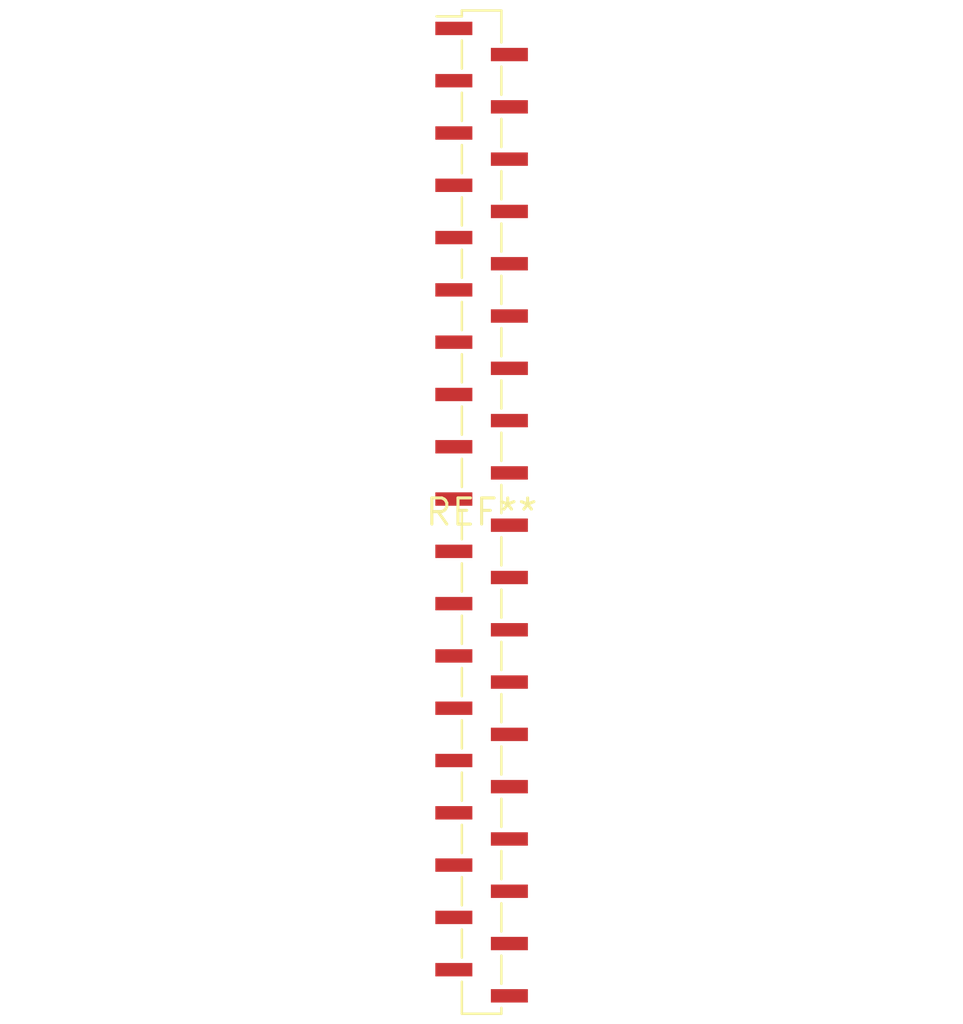
<source format=kicad_pcb>
(kicad_pcb (version 20240108) (generator pcbnew)
  (layers (0 "F.Cu" signal) (31 "B.Cu" signal) (34 "B.Paste" user) (35 "F.Paste" user) (36 "B.SilkS" user "B.Silkscreen") (37 "F.SilkS" user "F.Silkscreen") (38 "B.Mask" user) (39 "F.Mask" user) (44 "Edge.Cuts" user))
  (net 0 "")
  (footprint "PinSocket_1x38_P1.27mm_Vertical_SMD_Pin1Left" (layer "F.Cu") (at 0 0)
    (property "Reference" "REF**")
    (property "Value" "PinSocket_1x38_P1.27mm_Vertical_SMD_Pin1Left")
    (fp_line (start -2.19 -24.08) (end -0.96 -24.08) (layer "F.SilkS") (stroke (width 0.12)))
    (fp_line (start -0.96 -24.365) (end -0.96 -24.08) (layer "F.SilkS") (stroke (width 0.12)))
    (fp_line (start -0.96 -24.365) (end 0.96 -24.365) (layer "F.SilkS") (stroke (width 0.12)))
    (fp_line (start -0.96 -22.91) (end -0.96 -21.54) (layer "F.SilkS") (stroke (width 0.12)))
    (fp_line (start -0.96 -20.37) (end -0.96 -19) (layer "F.SilkS") (stroke (width 0.12)))
    (fp_line (start -0.96 -17.83) (end -0.96 -16.46) (layer "F.SilkS") (stroke (width 0.12)))
    (fp_line (start -0.96 -15.29) (end -0.96 -13.92) (layer "F.SilkS") (stroke (width 0.12)))
    (fp_line (start -0.96 -12.75) (end -0.96 -11.38) (layer "F.SilkS") (stroke (width 0.12)))
    (fp_line (start -0.96 -10.21) (end -0.96 -8.84) (layer "F.SilkS") (stroke (width 0.12)))
    (fp_line (start -0.96 -7.67) (end -0.96 -6.3) (layer "F.SilkS") (stroke (width 0.12)))
    (fp_line (start -0.96 -5.13) (end -0.96 -3.76) (layer "F.SilkS") (stroke (width 0.12)))
    (fp_line (start -0.96 -2.59) (end -0.96 -1.22) (layer "F.SilkS") (stroke (width 0.12)))
    (fp_line (start -0.96 -0.05) (end -0.96 1.32) (layer "F.SilkS") (stroke (width 0.12)))
    (fp_line (start -0.96 2.49) (end -0.96 3.86) (layer "F.SilkS") (stroke (width 0.12)))
    (fp_line (start -0.96 5.03) (end -0.96 6.4) (layer "F.SilkS") (stroke (width 0.12)))
    (fp_line (start -0.96 7.57) (end -0.96 8.94) (layer "F.SilkS") (stroke (width 0.12)))
    (fp_line (start -0.96 10.11) (end -0.96 11.48) (layer "F.SilkS") (stroke (width 0.12)))
    (fp_line (start -0.96 12.65) (end -0.96 14.02) (layer "F.SilkS") (stroke (width 0.12)))
    (fp_line (start -0.96 15.19) (end -0.96 16.56) (layer "F.SilkS") (stroke (width 0.12)))
    (fp_line (start -0.96 17.73) (end -0.96 19.1) (layer "F.SilkS") (stroke (width 0.12)))
    (fp_line (start -0.96 20.27) (end -0.96 21.64) (layer "F.SilkS") (stroke (width 0.12)))
    (fp_line (start -0.96 22.81) (end -0.96 24.365) (layer "F.SilkS") (stroke (width 0.12)))
    (fp_line (start -0.96 24.365) (end 0.96 24.365) (layer "F.SilkS") (stroke (width 0.12)))
    (fp_line (start 0.96 -24.365) (end 0.96 -22.81) (layer "F.SilkS") (stroke (width 0.12)))
    (fp_line (start 0.96 -21.64) (end 0.96 -20.27) (layer "F.SilkS") (stroke (width 0.12)))
    (fp_line (start 0.96 -19.1) (end 0.96 -17.73) (layer "F.SilkS") (stroke (width 0.12)))
    (fp_line (start 0.96 -16.56) (end 0.96 -15.19) (layer "F.SilkS") (stroke (width 0.12)))
    (fp_line (start 0.96 -14.02) (end 0.96 -12.65) (layer "F.SilkS") (stroke (width 0.12)))
    (fp_line (start 0.96 -11.48) (end 0.96 -10.11) (layer "F.SilkS") (stroke (width 0.12)))
    (fp_line (start 0.96 -8.94) (end 0.96 -7.57) (layer "F.SilkS") (stroke (width 0.12)))
    (fp_line (start 0.96 -6.4) (end 0.96 -5.03) (layer "F.SilkS") (stroke (width 0.12)))
    (fp_line (start 0.96 -3.86) (end 0.96 -2.49) (layer "F.SilkS") (stroke (width 0.12)))
    (fp_line (start 0.96 -1.32) (end 0.96 0.05) (layer "F.SilkS") (stroke (width 0.12)))
    (fp_line (start 0.96 1.22) (end 0.96 2.59) (layer "F.SilkS") (stroke (width 0.12)))
    (fp_line (start 0.96 3.76) (end 0.96 5.13) (layer "F.SilkS") (stroke (width 0.12)))
    (fp_line (start 0.96 6.3) (end 0.96 7.67) (layer "F.SilkS") (stroke (width 0.12)))
    (fp_line (start 0.96 8.84) (end 0.96 10.21) (layer "F.SilkS") (stroke (width 0.12)))
    (fp_line (start 0.96 11.38) (end 0.96 12.75) (layer "F.SilkS") (stroke (width 0.12)))
    (fp_line (start 0.96 13.92) (end 0.96 15.29) (layer "F.SilkS") (stroke (width 0.12)))
    (fp_line (start 0.96 16.46) (end 0.96 17.83) (layer "F.SilkS") (stroke (width 0.12)))
    (fp_line (start 0.96 19) (end 0.96 20.37) (layer "F.SilkS") (stroke (width 0.12)))
    (fp_line (start 0.96 21.54) (end 0.96 22.91) (layer "F.SilkS") (stroke (width 0.12)))
    (fp_line (start 0.96 24.08) (end 0.96 24.365) (layer "F.SilkS") (stroke (width 0.12)))
    (pad "1" smd rect (at -1.35 -23.495) (size 1.8 0.65) (layers "F.Cu" "F.Paste" "F.Mask"))
    (pad "2" smd rect (at 1.35 -22.225) (size 1.8 0.65) (layers "F.Cu" "F.Paste" "F.Mask"))
    (pad "3" smd rect (at -1.35 -20.955) (size 1.8 0.65) (layers "F.Cu" "F.Paste" "F.Mask"))
    (pad "4" smd rect (at 1.35 -19.685) (size 1.8 0.65) (layers "F.Cu" "F.Paste" "F.Mask"))
    (pad "5" smd rect (at -1.35 -18.415) (size 1.8 0.65) (layers "F.Cu" "F.Paste" "F.Mask"))
    (pad "6" smd rect (at 1.35 -17.145) (size 1.8 0.65) (layers "F.Cu" "F.Paste" "F.Mask"))
    (pad "7" smd rect (at -1.35 -15.875) (size 1.8 0.65) (layers "F.Cu" "F.Paste" "F.Mask"))
    (pad "8" smd rect (at 1.35 -14.605) (size 1.8 0.65) (layers "F.Cu" "F.Paste" "F.Mask"))
    (pad "9" smd rect (at -1.35 -13.335) (size 1.8 0.65) (layers "F.Cu" "F.Paste" "F.Mask"))
    (pad "10" smd rect (at 1.35 -12.065) (size 1.8 0.65) (layers "F.Cu" "F.Paste" "F.Mask"))
    (pad "11" smd rect (at -1.35 -10.795) (size 1.8 0.65) (layers "F.Cu" "F.Paste" "F.Mask"))
    (pad "12" smd rect (at 1.35 -9.525) (size 1.8 0.65) (layers "F.Cu" "F.Paste" "F.Mask"))
    (pad "13" smd rect (at -1.35 -8.255) (size 1.8 0.65) (layers "F.Cu" "F.Paste" "F.Mask"))
    (pad "14" smd rect (at 1.35 -6.985) (size 1.8 0.65) (layers "F.Cu" "F.Paste" "F.Mask"))
    (pad "15" smd rect (at -1.35 -5.715) (size 1.8 0.65) (layers "F.Cu" "F.Paste" "F.Mask"))
    (pad "16" smd rect (at 1.35 -4.445) (size 1.8 0.65) (layers "F.Cu" "F.Paste" "F.Mask"))
    (pad "17" smd rect (at -1.35 -3.175) (size 1.8 0.65) (layers "F.Cu" "F.Paste" "F.Mask"))
    (pad "18" smd rect (at 1.35 -1.905) (size 1.8 0.65) (layers "F.Cu" "F.Paste" "F.Mask"))
    (pad "19" smd rect (at -1.35 -0.635) (size 1.8 0.65) (layers "F.Cu" "F.Paste" "F.Mask"))
    (pad "20" smd rect (at 1.35 0.635) (size 1.8 0.65) (layers "F.Cu" "F.Paste" "F.Mask"))
    (pad "21" smd rect (at -1.35 1.905) (size 1.8 0.65) (layers "F.Cu" "F.Paste" "F.Mask"))
    (pad "22" smd rect (at 1.35 3.175) (size 1.8 0.65) (layers "F.Cu" "F.Paste" "F.Mask"))
    (pad "23" smd rect (at -1.35 4.445) (size 1.8 0.65) (layers "F.Cu" "F.Paste" "F.Mask"))
    (pad "24" smd rect (at 1.35 5.715) (size 1.8 0.65) (layers "F.Cu" "F.Paste" "F.Mask"))
    (pad "25" smd rect (at -1.35 6.985) (size 1.8 0.65) (layers "F.Cu" "F.Paste" "F.Mask"))
    (pad "26" smd rect (at 1.35 8.255) (size 1.8 0.65) (layers "F.Cu" "F.Paste" "F.Mask"))
    (pad "27" smd rect (at -1.35 9.525) (size 1.8 0.65) (layers "F.Cu" "F.Paste" "F.Mask"))
    (pad "28" smd rect (at 1.35 10.795) (size 1.8 0.65) (layers "F.Cu" "F.Paste" "F.Mask"))
    (pad "29" smd rect (at -1.35 12.065) (size 1.8 0.65) (layers "F.Cu" "F.Paste" "F.Mask"))
    (pad "30" smd rect (at 1.35 13.335) (size 1.8 0.65) (layers "F.Cu" "F.Paste" "F.Mask"))
    (pad "31" smd rect (at -1.35 14.605) (size 1.8 0.65) (layers "F.Cu" "F.Paste" "F.Mask"))
    (pad "32" smd rect (at 1.35 15.875) (size 1.8 0.65) (layers "F.Cu" "F.Paste" "F.Mask"))
    (pad "33" smd rect (at -1.35 17.145) (size 1.8 0.65) (layers "F.Cu" "F.Paste" "F.Mask"))
    (pad "34" smd rect (at 1.35 18.415) (size 1.8 0.65) (layers "F.Cu" "F.Paste" "F.Mask"))
    (pad "35" smd rect (at -1.35 19.685) (size 1.8 0.65) (layers "F.Cu" "F.Paste" "F.Mask"))
    (pad "36" smd rect (at 1.35 20.955) (size 1.8 0.65) (layers "F.Cu" "F.Paste" "F.Mask"))
    (pad "37" smd rect (at -1.35 22.225) (size 1.8 0.65) (layers "F.Cu" "F.Paste" "F.Mask"))
    (pad "38" smd rect (at 1.35 23.495) (size 1.8 0.65) (layers "F.Cu" "F.Paste" "F.Mask"))
  )
)
</source>
